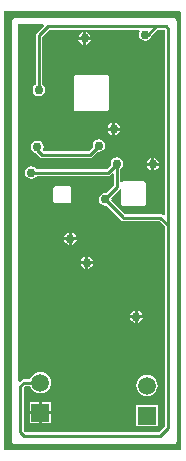
<source format=gbl>
%FSAX24Y24*%
%MOIN*%
G70*
G01*
G75*
G04 Layer_Physical_Order=2*
G04 Layer_Color=16711680*
%ADD10R,0.0126X0.0354*%
%ADD11R,0.0315X0.0126*%
%ADD12R,0.0118X0.0177*%
%ADD13R,0.0177X0.0118*%
%ADD14O,0.0118X0.0354*%
%ADD15O,0.0354X0.0118*%
%ADD16R,0.0866X0.0787*%
%ADD17R,0.0433X0.0551*%
%ADD18R,0.0551X0.0433*%
%ADD19C,0.0100*%
%ADD20C,0.0080*%
%ADD21C,0.0591*%
%ADD22R,0.0591X0.0591*%
%ADD23C,0.0300*%
G36*
X026050Y044800D02*
Y030200D01*
X020150D01*
Y044850D01*
X026000D01*
X026050Y044800D01*
D02*
G37*
%LPC*%
G36*
X025780Y044612D02*
X020500D01*
X020457Y044604D01*
X020421Y044579D01*
X020396Y044543D01*
X020388Y044500D01*
Y030500D01*
X020396Y030457D01*
X020421Y030421D01*
X020457Y030396D01*
X020500Y030388D01*
X025780D01*
X025823Y030396D01*
X025859Y030421D01*
X025884Y030457D01*
X025892Y030500D01*
Y044500D01*
X025884Y044543D01*
X025859Y044579D01*
X025823Y044604D01*
X025780Y044612D01*
D02*
G37*
%LPD*%
G36*
X021463Y044342D02*
X021221Y044099D01*
X021196Y044063D01*
X021188Y044020D01*
X021188Y044020D01*
Y042378D01*
X021149Y042351D01*
X021102Y042282D01*
X021086Y042200D01*
X021102Y042118D01*
X021149Y042049D01*
X021218Y042002D01*
X021300Y041986D01*
X021382Y042002D01*
X021451Y042049D01*
X021498Y042118D01*
X021514Y042200D01*
X021498Y042282D01*
X021451Y042351D01*
X021412Y042378D01*
Y043974D01*
X021646Y044208D01*
X024650D01*
X024673Y044164D01*
X024652Y044132D01*
X024636Y044050D01*
X024652Y043968D01*
X024699Y043899D01*
X024768Y043852D01*
X024850Y043836D01*
X024932Y043852D01*
X025001Y043899D01*
X025048Y043968D01*
X025058Y044019D01*
X025246Y044208D01*
X025484D01*
X025488Y044204D01*
Y038036D01*
X025442Y038017D01*
X025429Y038029D01*
X025393Y038054D01*
X025350Y038062D01*
X025350Y038062D01*
X024161D01*
X023710Y038513D01*
X023720Y038559D01*
X023710Y038605D01*
X023979Y038874D01*
X023979Y038874D01*
X023999Y038903D01*
X024046Y038889D01*
Y038412D01*
X024065Y038366D01*
X024111Y038347D01*
X024793D01*
X024838Y038366D01*
X024857Y038412D01*
Y039097D01*
X024838Y039143D01*
X024793Y039162D01*
X024111D01*
X024065Y039143D01*
X024061Y039133D01*
X024012Y039143D01*
Y039572D01*
X024051Y039599D01*
X024098Y039668D01*
X024114Y039750D01*
X024098Y039832D01*
X024051Y039901D01*
X023982Y039948D01*
X023900Y039964D01*
X023818Y039948D01*
X023749Y039901D01*
X023702Y039832D01*
X023686Y039750D01*
X023695Y039704D01*
X023554Y039562D01*
X021228D01*
X021201Y039601D01*
X021132Y039648D01*
X021050Y039664D01*
X020968Y039648D01*
X020899Y039601D01*
X020852Y039532D01*
X020836Y039450D01*
X020852Y039368D01*
X020899Y039299D01*
X020968Y039252D01*
X021050Y039236D01*
X021132Y039252D01*
X021201Y039299D01*
X021228Y039338D01*
X023600D01*
X023600Y039338D01*
X023643Y039346D01*
X023679Y039371D01*
X023742Y039433D01*
X023788Y039414D01*
Y039000D01*
X023552Y038764D01*
X023505Y038773D01*
X023424Y038757D01*
X023354Y038710D01*
X023308Y038641D01*
X023291Y038559D01*
X023308Y038477D01*
X023354Y038408D01*
X023424Y038361D01*
X023505Y038345D01*
X023552Y038354D01*
X023996Y037910D01*
X023996Y037907D01*
X024021Y037871D01*
X024057Y037846D01*
X024100Y037838D01*
X025304D01*
X025488Y037654D01*
Y030976D01*
X025304Y030792D01*
X020846D01*
X020792Y030846D01*
Y032284D01*
X020846Y032338D01*
X021012D01*
X021040Y032271D01*
X021097Y032197D01*
X021171Y032140D01*
X021257Y032104D01*
X021350Y032092D01*
X021443Y032104D01*
X021529Y032140D01*
X021603Y032197D01*
X021660Y032271D01*
X021696Y032357D01*
X021708Y032450D01*
X021696Y032543D01*
X021660Y032629D01*
X021603Y032703D01*
X021529Y032760D01*
X021443Y032796D01*
X021350Y032808D01*
X021257Y032796D01*
X021171Y032760D01*
X021097Y032703D01*
X021040Y032629D01*
X021012Y032562D01*
X020800D01*
X020800Y032562D01*
X020757Y032554D01*
X020721Y032529D01*
X020721Y032529D01*
X020658Y032467D01*
X020612Y032486D01*
Y044388D01*
X021444D01*
X021463Y044342D01*
D02*
G37*
%LPC*%
G36*
X022850Y036400D02*
X022696D01*
X022702Y036368D01*
X022749Y036299D01*
X022818Y036252D01*
X022850Y036246D01*
Y036400D01*
D02*
G37*
G36*
X024600Y034854D02*
Y034700D01*
X024754D01*
X024748Y034732D01*
X024701Y034801D01*
X024632Y034848D01*
X024600Y034854D01*
D02*
G37*
G36*
X024500D02*
X024468Y034848D01*
X024399Y034801D01*
X024352Y034732D01*
X024346Y034700D01*
X024500D01*
Y034854D01*
D02*
G37*
G36*
X023104Y036400D02*
X022950D01*
Y036246D01*
X022982Y036252D01*
X023051Y036299D01*
X023098Y036368D01*
X023104Y036400D01*
D02*
G37*
G36*
X022950Y036654D02*
Y036500D01*
X023104D01*
X023098Y036532D01*
X023051Y036601D01*
X022982Y036648D01*
X022950Y036654D01*
D02*
G37*
G36*
X022300Y037200D02*
X022146D01*
X022152Y037168D01*
X022199Y037099D01*
X022268Y037052D01*
X022300Y037046D01*
Y037200D01*
D02*
G37*
G36*
X022850Y036654D02*
X022818Y036648D01*
X022749Y036601D01*
X022702Y036532D01*
X022696Y036500D01*
X022850D01*
Y036654D01*
D02*
G37*
G36*
X021705Y031400D02*
X021400D01*
Y031095D01*
X021705D01*
Y031400D01*
D02*
G37*
G36*
X021300Y031805D02*
X020995D01*
Y031500D01*
X021300D01*
Y031805D01*
D02*
G37*
G36*
X025255Y031705D02*
X024545D01*
Y030995D01*
X025255D01*
Y031705D01*
D02*
G37*
G36*
X021300Y031400D02*
X020995D01*
Y031095D01*
X021300D01*
Y031400D01*
D02*
G37*
G36*
X024500Y034600D02*
X024346D01*
X024352Y034568D01*
X024399Y034499D01*
X024468Y034452D01*
X024500Y034446D01*
Y034600D01*
D02*
G37*
G36*
X024754D02*
X024600D01*
Y034446D01*
X024632Y034452D01*
X024701Y034499D01*
X024748Y034568D01*
X024754Y034600D01*
D02*
G37*
G36*
X021705Y031805D02*
X021400D01*
Y031500D01*
X021705D01*
Y031805D01*
D02*
G37*
G36*
X024900Y032708D02*
X024807Y032696D01*
X024721Y032660D01*
X024647Y032603D01*
X024590Y032529D01*
X024554Y032443D01*
X024542Y032350D01*
X024554Y032257D01*
X024590Y032171D01*
X024647Y032097D01*
X024721Y032040D01*
X024807Y032004D01*
X024900Y031992D01*
X024993Y032004D01*
X025079Y032040D01*
X025153Y032097D01*
X025210Y032171D01*
X025246Y032257D01*
X025258Y032350D01*
X025246Y032443D01*
X025210Y032529D01*
X025153Y032603D01*
X025079Y032660D01*
X024993Y032696D01*
X024900Y032708D01*
D02*
G37*
G36*
X022554Y037200D02*
X022400D01*
Y037046D01*
X022432Y037052D01*
X022501Y037099D01*
X022548Y037168D01*
X022554Y037200D01*
D02*
G37*
G36*
X023850Y041104D02*
Y040950D01*
X024004D01*
X023998Y040982D01*
X023951Y041051D01*
X023882Y041098D01*
X023850Y041104D01*
D02*
G37*
G36*
X023583Y042699D02*
X022518D01*
X022472Y042680D01*
X022453Y042634D01*
Y041565D01*
X022472Y041519D01*
X022518Y041500D01*
X023583D01*
X023629Y041519D01*
X023648Y041565D01*
Y042634D01*
X023629Y042680D01*
X023583Y042699D01*
D02*
G37*
G36*
X024004Y040850D02*
X023850D01*
Y040696D01*
X023882Y040702D01*
X023951Y040749D01*
X023998Y040818D01*
X024004Y040850D01*
D02*
G37*
G36*
X023750Y041104D02*
X023718Y041098D01*
X023649Y041051D01*
X023602Y040982D01*
X023596Y040950D01*
X023750D01*
Y041104D01*
D02*
G37*
G36*
X022769Y044123D02*
X022737Y044117D01*
X022667Y044070D01*
X022621Y044001D01*
X022615Y043969D01*
X022769D01*
Y044123D01*
D02*
G37*
G36*
X022869D02*
Y043969D01*
X023023D01*
X023017Y044001D01*
X022970Y044070D01*
X022901Y044117D01*
X022869Y044123D01*
D02*
G37*
G36*
X022769Y043869D02*
X022615D01*
X022621Y043837D01*
X022667Y043767D01*
X022737Y043721D01*
X022769Y043715D01*
Y043869D01*
D02*
G37*
G36*
X023023D02*
X022869D01*
Y043715D01*
X022901Y043721D01*
X022970Y043767D01*
X023017Y043837D01*
X023023Y043869D01*
D02*
G37*
G36*
X023750Y040850D02*
X023596D01*
X023602Y040818D01*
X023649Y040749D01*
X023718Y040702D01*
X023750Y040696D01*
Y040850D01*
D02*
G37*
G36*
X022316Y038994D02*
X021832D01*
X021786Y038975D01*
X021767Y038929D01*
Y038485D01*
X021786Y038439D01*
X021832Y038420D01*
X022316D01*
X022361Y038439D01*
X022380Y038485D01*
Y038929D01*
X022361Y038975D01*
X022316Y038994D01*
D02*
G37*
G36*
X025045Y039679D02*
X024891D01*
X024897Y039648D01*
X024944Y039578D01*
X025013Y039532D01*
X025045Y039525D01*
Y039679D01*
D02*
G37*
G36*
X022300Y037454D02*
X022268Y037448D01*
X022199Y037401D01*
X022152Y037332D01*
X022146Y037300D01*
X022300D01*
Y037454D01*
D02*
G37*
G36*
X022400D02*
Y037300D01*
X022554D01*
X022548Y037332D01*
X022501Y037401D01*
X022432Y037448D01*
X022400Y037454D01*
D02*
G37*
G36*
X025145Y039934D02*
Y039779D01*
X025299D01*
X025293Y039811D01*
X025246Y039881D01*
X025177Y039927D01*
X025145Y039934D01*
D02*
G37*
G36*
X023300Y040564D02*
X023218Y040548D01*
X023149Y040501D01*
X023102Y040432D01*
X023086Y040350D01*
X023095Y040304D01*
X022954Y040162D01*
X021463D01*
X021440Y040206D01*
X021448Y040218D01*
X021464Y040300D01*
X021448Y040382D01*
X021401Y040451D01*
X021332Y040498D01*
X021250Y040514D01*
X021168Y040498D01*
X021099Y040451D01*
X021052Y040382D01*
X021036Y040300D01*
X021052Y040218D01*
X021099Y040149D01*
X021168Y040102D01*
X021194Y040097D01*
X021321Y039971D01*
X021357Y039946D01*
X021400Y039938D01*
X021400Y039938D01*
X023000D01*
X023000Y039938D01*
X023043Y039946D01*
X023079Y039971D01*
X023254Y040145D01*
X023300Y040136D01*
X023382Y040152D01*
X023451Y040199D01*
X023498Y040268D01*
X023514Y040350D01*
X023498Y040432D01*
X023451Y040501D01*
X023382Y040548D01*
X023300Y040564D01*
D02*
G37*
G36*
X025299Y039679D02*
X025145D01*
Y039525D01*
X025177Y039532D01*
X025246Y039578D01*
X025293Y039648D01*
X025299Y039679D01*
D02*
G37*
G36*
X025045Y039934D02*
X025013Y039927D01*
X024944Y039881D01*
X024897Y039811D01*
X024891Y039779D01*
X025045D01*
Y039934D01*
D02*
G37*
%LPD*%
D19*
X021400Y040050D02*
X023000D01*
X023300Y040350D01*
X023505Y038559D02*
X023900Y038953D01*
Y039750D01*
X023600Y039450D02*
X023900Y039750D01*
X021050Y039450D02*
X023600D01*
X025350Y030680D02*
X025600Y030930D01*
X020800Y030680D02*
X025350D01*
X020680Y030800D02*
X020800Y030680D01*
X020680Y030800D02*
Y032330D01*
X020800Y032450D01*
X021350D01*
X025600Y030930D02*
Y037700D01*
X025350Y037950D02*
X025600Y037700D01*
X024100Y037950D02*
X025350D01*
X024100D02*
Y037964D01*
X023505Y038559D02*
X024100Y037964D01*
X024850Y044050D02*
X024930D01*
X025200Y044320D01*
X025530D02*
X025600Y044250D01*
Y037700D02*
Y044250D01*
X021250Y040200D02*
X021400Y040050D01*
X021250Y040200D02*
Y040300D01*
X025200Y044320D02*
X025530D01*
X021300Y044020D02*
X021600Y044320D01*
X021300Y042200D02*
Y044020D01*
X021600Y044320D02*
X025200D01*
D21*
X024900Y032350D02*
D03*
X021350Y032450D02*
D03*
D22*
X024900Y031350D02*
D03*
X021350Y031450D02*
D03*
D23*
X023800Y040900D02*
D03*
X023300Y040350D02*
D03*
X025095Y039729D02*
D03*
X021050Y039450D02*
D03*
X023505Y038559D02*
D03*
X022819Y043919D02*
D03*
X023900Y039750D02*
D03*
X024850Y044050D02*
D03*
X022350Y037250D02*
D03*
X024550Y034650D02*
D03*
X022900Y036450D02*
D03*
X021250Y040300D02*
D03*
X021300Y042200D02*
D03*
M02*

</source>
